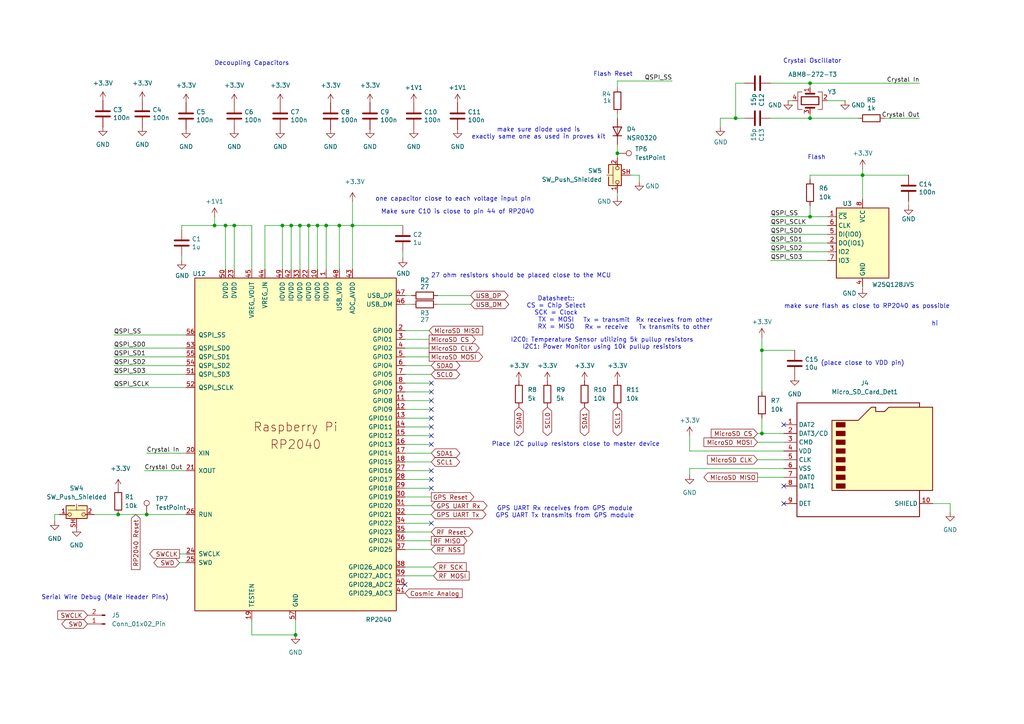
<source format=kicad_sch>
(kicad_sch (version 20250114) (generator "eeschema") (generator_version "9.0")
  (paper "A4")
  (lib_symbols
    (symbol "Connector:Conn_01x02_Pin" (pin_names (offset 1.016) (hide yes))
      (property "Reference" "J" (at 0 2.54 0))
      (property "Value" "Conn_01x02_Pin" (at 0 -5.08 0))
      (symbol "Conn_01x02_Pin_1_1"
        (rectangle (start 0.8636 0.127) (end 0 -0.127) (stroke (width 0.1524)) (fill (type outline)))
        (rectangle (start 0.8636 -2.413) (end 0 -2.667) (stroke (width 0.1524)) (fill (type outline)))
        (polyline (pts (xy 1.27 0) (xy 0.8636 0)) (stroke (width 0.1524)))
        (polyline (pts (xy 1.27 -2.54) (xy 0.8636 -2.54)) (stroke (width 0.1524)))
        (pin passive line (at 5.08 0 180) (length 3.81) (name "Pin_1") (number "1"))
        (pin passive line (at 5.08 -2.54 180) (length 3.81) (name "Pin_2") (number "2"))
      )
    )
    (symbol "Connector:Micro_SD_Card_Det1"
      (property "Reference" "J" (at -16.51 17.78 0))
      (property "Value" "Micro_SD_Card_Det1" (at 16.51 17.78 0))
      (symbol "Micro_SD_Card_Det1_0_1"
        (polyline (pts (xy -8.89 -8.89) (xy -8.89 11.43) (xy -1.27 11.43) (xy 2.54 15.24) (xy 3.81 15.24) (xy 3.81 13.97) (xy 6.35 13.97) (xy 7.62 15.24) (xy 20.32 15.24) (xy 20.32 -8.89) (xy -8.89 -8.89)) (stroke (width 0.254)) (fill (type background)))
        (rectangle (start -7.62 10.795) (end -5.08 9.525) (stroke (width 0.254)) (fill (type outline)))
        (rectangle (start -7.62 8.255) (end -5.08 6.985) (stroke (width 0.254)) (fill (type outline)))
        (rectangle (start -7.62 5.715) (end -5.08 4.445) (stroke (width 0.254)) (fill (type outline)))
        (rectangle (start -7.62 3.175) (end -5.08 1.905) (stroke (width 0.254)) (fill (type outline)))
        (rectangle (start -7.62 0.635) (end -5.08 -0.635) (stroke (width 0.254)) (fill (type outline)))
        (rectangle (start -7.62 -1.905) (end -5.08 -3.175) (stroke (width 0.254)) (fill (type outline)))
        (rectangle (start -7.62 -4.445) (end -5.08 -5.715) (stroke (width 0.254)) (fill (type outline)))
        (rectangle (start -7.62 -6.985) (end -5.08 -8.255) (stroke (width 0.254)) (fill (type outline)))
        (polyline (pts (xy 16.51 15.24) (xy 16.51 16.51) (xy -19.05 16.51) (xy -19.05 -16.51) (xy 16.51 -16.51) (xy 16.51 -8.89)) (stroke (width 0.254)))
      )
      (symbol "Micro_SD_Card_Det1_1_1"
        (pin bidirectional line (at -22.86 10.16 0) (length 3.81) (name "DAT2") (number "1"))
        (pin bidirectional line (at -22.86 7.62 0) (length 3.81) (name "DAT3/CD") (number "2"))
        (pin input line (at -22.86 5.08 0) (length 3.81) (name "CMD") (number "3"))
        (pin power_in line (at -22.86 2.54 0) (length 3.81) (name "VDD") (number "4"))
        (pin input line (at -22.86 0 0) (length 3.81) (name "CLK") (number "5"))
        (pin power_in line (at -22.86 -2.54 0) (length 3.81) (name "VSS") (number "6"))
        (pin bidirectional line (at -22.86 -5.08 0) (length 3.81) (name "DAT0") (number "7"))
        (pin bidirectional line (at -22.86 -7.62 0) (length 3.81) (name "DAT1") (number "8"))
        (pin passive line (at -22.86 -12.7 0) (length 3.81) (name "DET") (number "9"))
        (pin passive line (at 20.32 -12.7 180) (length 3.81) (name "SHIELD") (number "10"))
      )
    )
    (symbol "Connector:TestPoint" (pin_numbers (hide yes)) (pin_names (offset 0.762) (hide yes))
      (property "Reference" "TP" (at 0 6.858 0))
      (property "Value" "TestPoint" (at 0 5.08 0))
      (symbol "TestPoint_0_1"
        (circle (center 0 3.302) (radius 0.762))
      )
      (symbol "TestPoint_1_1"
        (pin passive line (at 0 0 90) (length 2.54) (name "1") (number "1"))
      )
    )
    (symbol "Device:C" (pin_numbers (hide yes)) (pin_names (offset 0.254))
      (property "Reference" "C" (at 0.635 2.54 0))
      (property "Value" "C" (at 0.635 -2.54 0))
      (symbol "C_0_1"
        (polyline (pts (xy -2.032 0.762) (xy 2.032 0.762)) (stroke (width 0.508)))
        (polyline (pts (xy -2.032 -0.762) (xy 2.032 -0.762)) (stroke (width 0.508)))
      )
      (symbol "C_1_1"
        (pin passive line (at 0 3.81 270) (length 2.794) (name "~") (number "1"))
        (pin passive line (at 0 -3.81 90) (length 2.794) (name "~") (number "2"))
      )
    )
    (symbol "Device:Crystal_GND24" (pin_names (offset 1.016) (hide yes))
      (property "Reference" "Y" (at 3.175 5.08 0))
      (property "Value" "Crystal_GND24" (at 3.175 3.175 0))
      (symbol "Crystal_GND24_0_1"
        (polyline (pts (xy -2.54 2.286) (xy -2.54 3.556) (xy 2.54 3.556) (xy 2.54 2.286)))
        (polyline (pts (xy -2.54 0) (xy -2.032 0)))
        (polyline (pts (xy -2.54 -2.286) (xy -2.54 -3.556) (xy 2.54 -3.556) (xy 2.54 -2.286)))
        (polyline (pts (xy -2.032 -1.27) (xy -2.032 1.27)) (stroke (width 0.508)))
        (rectangle (start -1.143 2.54) (end 1.143 -2.54) (stroke (width 0.3048)))
        (polyline (pts (xy 0 3.556) (xy 0 3.81)))
        (polyline (pts (xy 0 -3.81) (xy 0 -3.556)))
        (polyline (pts (xy 2.032 0) (xy 2.54 0)))
        (polyline (pts (xy 2.032 -1.27) (xy 2.032 1.27)) (stroke (width 0.508)))
      )
      (symbol "Crystal_GND24_1_1"
        (pin passive line (at -3.81 0 0) (length 1.27) (name "1") (number "1"))
        (pin passive line (at 0 5.08 270) (length 1.27) (name "2") (number "2"))
        (pin passive line (at 0 -5.08 90) (length 1.27) (name "4") (number "4"))
        (pin passive line (at 3.81 0 180) (length 1.27) (name "3") (number "3"))
      )
    )
    (symbol "Device:R" (pin_numbers (hide yes)) (pin_names (offset 0))
      (property "Reference" "R" (at 2.032 0 90))
      (property "Value" "R" (at 0 0 90))
      (symbol "R_0_1"
        (rectangle (start -1.016 -2.54) (end 1.016 2.54) (stroke (width 0.254)))
      )
      (symbol "R_1_1"
        (pin passive line (at 0 3.81 270) (length 1.27) (name "~") (number "1"))
        (pin passive line (at 0 -3.81 90) (length 1.27) (name "~") (number "2"))
      )
    )
    (symbol "Diode:1SS355VM" (pin_numbers (hide yes)) (pin_names (hide yes))
      (property "Reference" "D" (at 0 2.54 0))
      (property "Value" "1SS355VM" (at 0 -2.54 0))
      (symbol "1SS355VM_0_1"
        (polyline (pts (xy -1.27 1.27) (xy -1.27 -1.27)) (stroke (width 0.254)))
        (polyline (pts (xy 1.27 1.27) (xy 1.27 -1.27) (xy -1.27 0) (xy 1.27 1.27)) (stroke (width 0.254)))
        (polyline (pts (xy 1.27 0) (xy -1.27 0)))
      )
      (symbol "1SS355VM_1_1"
        (pin passive line (at -3.81 0 0) (length 2.54) (name "K") (number "1"))
        (pin passive line (at 3.81 0 180) (length 2.54) (name "A") (number "2"))
      )
    )
    (symbol "MCU_RaspberryPi_RP2040:RP2040" (pin_names (offset 1.016))
      (property "Reference" "U" (at -29.21 49.53 0))
      (property "Value" "RP2040" (at 24.13 -49.53 0))
      (symbol "RP2040_0_0"
        (text "Raspberry Pi" (at 0 5.08 0) (effects (font (size 2.54 2.54))))
        (text "RP2040" (at 0 0 0) (effects (font (size 2.54 2.54))))
      )
      (symbol "RP2040_0_1"
        (rectangle (start 29.21 48.26) (end -29.21 -48.26) (stroke (width 0.254)) (fill (type background)))
      )
      (symbol "RP2040_1_1"
        (pin bidirectional line (at -31.75 31.75 0) (length 2.54) (name "QSPI_SS") (number "56"))
        (pin bidirectional line (at -31.75 27.94 0) (length 2.54) (name "QSPI_SD0") (number "53"))
        (pin bidirectional line (at -31.75 25.4 0) (length 2.54) (name "QSPI_SD1") (number "55"))
        (pin bidirectional line (at -31.75 22.86 0) (length 2.54) (name "QSPI_SD2") (number "54"))
        (pin bidirectional line (at -31.75 20.32 0) (length 2.54) (name "QSPI_SD3") (number "51"))
        (pin output line (at -31.75 16.51 0) (length 2.54) (name "QSPI_SCLK") (number "52"))
        (pin input line (at -31.75 -2.54 0) (length 2.54) (name "XIN") (number "20"))
        (pin passive line (at -31.75 -7.62 0) (length 2.54) (name "XOUT") (number "21"))
        (pin input line (at -31.75 -20.32 0) (length 2.54) (name "RUN") (number "26"))
        (pin output line (at -31.75 -31.75 0) (length 2.54) (name "SWCLK") (number "24"))
        (pin bidirectional line (at -31.75 -34.29 0) (length 2.54) (name "SWD") (number "25"))
        (pin power_in line (at -20.32 50.8 270) (length 2.54) (name "DVDD") (number "50"))
        (pin power_in line (at -17.78 50.8 270) (length 2.54) (name "DVDD") (number "23"))
        (pin power_out line (at -12.7 50.8 270) (length 2.54) (name "VREG_VOUT") (number "45"))
        (pin passive line (at -12.7 -50.8 90) (length 2.54) (name "TESTEN") (number "19"))
        (pin power_in line (at -8.89 50.8 270) (length 2.54) (name "VREG_IN") (number "44"))
        (pin power_in line (at -3.81 50.8 270) (length 2.54) (name "IOVDD") (number "49"))
        (pin power_in line (at -1.27 50.8 270) (length 2.54) (name "IOVDD") (number "42"))
        (pin power_in line (at 0 -50.8 90) (length 2.54) (name "GND") (number "57"))
        (pin power_in line (at 1.27 50.8 270) (length 2.54) (name "IOVDD") (number "33"))
        (pin power_in line (at 3.81 50.8 270) (length 2.54) (name "IOVDD") (number "22"))
        (pin power_in line (at 6.35 50.8 270) (length 2.54) (name "IOVDD") (number "10"))
        (pin power_in line (at 8.89 50.8 270) (length 2.54) (name "IOVDD") (number "1"))
        (pin power_in line (at 12.7 50.8 270) (length 2.54) (name "USB_VDD") (number "48"))
        (pin power_in line (at 16.51 50.8 270) (length 2.54) (name "ADC_AVDD") (number "43"))
        (pin bidirectional line (at 31.75 43.18 180) (length 2.54) (name "USB_DP") (number "47"))
        (pin bidirectional line (at 31.75 40.64 180) (length 2.54) (name "USB_DM") (number "46"))
        (pin bidirectional line (at 31.75 33.02 180) (length 2.54) (name "GPIO0") (number "2"))
        (pin bidirectional line (at 31.75 30.48 180) (length 2.54) (name "GPIO1") (number "3"))
        (pin bidirectional line (at 31.75 27.94 180) (length 2.54) (name "GPIO2") (number "4"))
        (pin bidirectional line (at 31.75 25.4 180) (length 2.54) (name "GPIO3") (number "5"))
        (pin bidirectional line (at 31.75 22.86 180) (length 2.54) (name "GPIO4") (number "6"))
        (pin bidirectional line (at 31.75 20.32 180) (length 2.54) (name "GPIO5") (number "7"))
        (pin bidirectional line (at 31.75 17.78 180) (length 2.54) (name "GPIO6") (number "8"))
        (pin bidirectional line (at 31.75 15.24 180) (length 2.54) (name "GPIO7") (number "9"))
        (pin bidirectional line (at 31.75 12.7 180) (length 2.54) (name "GPIO8") (number "11"))
        (pin bidirectional line (at 31.75 10.16 180) (length 2.54) (name "GPIO9") (number "12"))
        (pin bidirectional line (at 31.75 7.62 180) (length 2.54) (name "GPIO10") (number "13"))
        (pin bidirectional line (at 31.75 5.08 180) (length 2.54) (name "GPIO11") (number "14"))
        (pin bidirectional line (at 31.75 2.54 180) (length 2.54) (name "GPIO12") (number "15"))
        (pin bidirectional line (at 31.75 0 180) (length 2.54) (name "GPIO13") (number "16"))
        (pin bidirectional line (at 31.75 -2.54 180) (length 2.54) (name "GPIO14") (number "17"))
        (pin bidirectional line (at 31.75 -5.08 180) (length 2.54) (name "GPIO15") (number "18"))
        (pin bidirectional line (at 31.75 -7.62 180) (length 2.54) (name "GPIO16") (number "27"))
        (pin bidirectional line (at 31.75 -10.16 180) (length 2.54) (name "GPIO17") (number "28"))
        (pin bidirectional line (at 31.75 -12.7 180) (length 2.54) (name "GPIO18") (number "29"))
        (pin bidirectional line (at 31.75 -15.24 180) (length 2.54) (name "GPIO19") (number "30"))
        (pin bidirectional line (at 31.75 -17.78 180) (length 2.54) (name "GPIO20") (number "31"))
        (pin bidirectional line (at 31.75 -20.32 180) (length 2.54) (name "GPIO21") (number "32"))
        (pin bidirectional line (at 31.75 -22.86 180) (length 2.54) (name "GPIO22") (number "34"))
        (pin bidirectional line (at 31.75 -25.4 180) (length 2.54) (name "GPIO23") (number "35"))
        (pin bidirectional line (at 31.75 -27.94 180) (length 2.54) (name "GPIO24") (number "36"))
        (pin bidirectional line (at 31.75 -30.48 180) (length 2.54) (name "GPIO25") (number "37"))
        (pin bidirectional line (at 31.75 -35.56 180) (length 2.54) (name "GPIO26_ADC0") (number "38"))
        (pin bidirectional line (at 31.75 -38.1 180) (length 2.54) (name "GPIO27_ADC1") (number "39"))
        (pin bidirectional line (at 31.75 -40.64 180) (length 2.54) (name "GPIO28_ADC2") (number "40"))
        (pin bidirectional line (at 31.75 -43.18 180) (length 2.54) (name "GPIO29_ADC3") (number "41"))
      )
    )
    (symbol "Memory_Flash:W25Q128JVS"
      (property "Reference" "U" (at -8.89 8.89 0))
      (property "Value" "W25Q128JVS" (at 7.62 8.89 0))
      (symbol "W25Q128JVS_0_1"
        (rectangle (start -7.62 10.16) (end 7.62 -10.16) (stroke (width 0.254)) (fill (type background)))
      )
      (symbol "W25Q128JVS_1_1"
        (pin input line (at -10.16 7.62 0) (length 2.54) (name "~{CS}") (number "1"))
        (pin input line (at -10.16 5.08 0) (length 2.54) (name "CLK") (number "6"))
        (pin bidirectional line (at -10.16 2.54 0) (length 2.54) (name "DI(IO0)") (number "5"))
        (pin bidirectional line (at -10.16 0 0) (length 2.54) (name "DO(IO1)") (number "2"))
        (pin bidirectional line (at -10.16 -2.54 0) (length 2.54) (name "IO2") (number "3"))
        (pin bidirectional line (at -10.16 -5.08 0) (length 2.54) (name "IO3") (number "7"))
        (pin power_in line (at 0 12.7 270) (length 2.54) (name "VCC") (number "8"))
        (pin power_in line (at 0 -12.7 90) (length 2.54) (name "GND") (number "4"))
      )
    )
    (symbol "Switch:SW_Push_Shielded" (pin_names (offset 1.016) (hide yes))
      (property "Reference" "SW" (at 4.318 2.032 0))
      (property "Value" "SW_Push_Shielded" (at 0 4.572 0))
      (symbol "SW_Push_Shielded_0_1"
        (circle (center -2.032 0) (radius 0.508))
        (polyline (pts (xy 0 1.27) (xy 0 3.048)))
        (polyline (pts (xy 0.508 2.54) (xy 3.048 2.54) (xy 3.048 -1.143) (xy -3.048 -1.143) (xy -3.048 2.54) (xy -0.508 2.54)) (stroke (width -0.0254)))
        (polyline (pts (xy 0.508 2.54) (xy 3.048 2.54) (xy 3.048 -1.143) (xy -3.048 -1.143) (xy -3.048 2.54) (xy -0.508 2.54)) (stroke (width 0.254)))
        (circle (center 2.032 0) (radius 0.508))
        (polyline (pts (xy 2.54 1.27) (xy -2.54 1.27)))
        (pin passive line (at -5.08 0 0) (length 2.54) (name "1") (number "1"))
        (pin passive line (at 5.08 0 180) (length 2.54) (name "2") (number "2"))
      )
      (symbol "SW_Push_Shielded_1_1"
        (rectangle (start -3.048 2.54) (end 3.048 -1.27) (stroke (width -0.0254)) (fill (type background)))
        (pin passive line (at 0 -3.81 90) (length 2.54) (name "B") (number "SH"))
      )
    )
    (symbol "power:+1V1" (power) (pin_numbers (hide yes)) (pin_names (offset 0) (hide yes))
      (property "Value" "+1V1" (at 0 3.556 0))
      (symbol "+1V1_0_1"
        (polyline (pts (xy -0.762 1.27) (xy 0 2.54)))
        (polyline (pts (xy 0 2.54) (xy 0.762 1.27)))
        (polyline (pts (xy 0 0) (xy 0 2.54)))
      )
      (symbol "+1V1_1_1"
        (pin power_in line (at 0 0 90) (length 0) (name "~") (number "1"))
      )
    )
    (symbol "power:+3.3V" (power) (pin_numbers (hide yes)) (pin_names (offset 0) (hide yes))
      (property "Value" "+3.3V" (at 0 3.556 0))
      (symbol "+3.3V_0_1"
        (polyline (pts (xy -0.762 1.27) (xy 0 2.54)))
        (polyline (pts (xy 0 2.54) (xy 0.762 1.27)))
        (polyline (pts (xy 0 0) (xy 0 2.54)))
      )
      (symbol "+3.3V_1_1"
        (pin power_in line (at 0 0 90) (length 0) (name "~") (number "1"))
      )
    )
    (symbol "power:GND" (power) (pin_numbers (hide yes)) (pin_names (offset 0) (hide yes))
      (property "Value" "GND" (at 0 -3.81 0))
      (symbol "GND_0_1"
        (polyline (pts (xy 0 0) (xy 0 -1.27) (xy 1.27 -1.27) (xy 0 -2.54) (xy -1.27 -1.27) (xy 0 -1.27)))
      )
      (symbol "GND_1_1"
        (pin power_in line (at 0 0 270) (length 0) (name "~") (number "1"))
      )
    )
  )
  (text "Place I2C pullup resistors close to master device" (at 167.005 128.905 0) (effects (font (size 1.27 1.27))))
  (text "Make sure C10 is close to pin 44 of RP2040" (at 110.49 62.23 0) (effects (font (size 1.27 1.27)) (justify left bottom)))
  (text "Rx receives from other\nTx transmits to other" (at 195.58 93.98 0) (effects (font (size 1.27 1.27))))
  (text "Tx = transmit\nRx = receive" (at 175.895 93.98 0) (effects (font (size 1.27 1.27))))
  (text "27 ohm resistors should be placed close to the MCU" (at 151.13 80.01 0) (effects (font (size 1.27 1.27))))
  (text "Flash" (at 236.855 45.72 0) (effects (font (size 1.27 1.27))))
  (text "one capacitor close to each voltage input pin" (at 131.445 57.785 0) (effects (font (size 1.27 1.27))))
  (text "Decoupling Capacitors" (at 73.025 18.415 0) (effects (font (size 1.27 1.27))))
  (text "Serial Wire Debug (Male Header Pins)" (at 30.48 173.355 0) (effects (font (size 1.27 1.27))))
  (text "make sure flash as close to RP2040 as possible" (at 251.46 88.9 0) (effects (font (size 1.27 1.27))))
  (text "(place close to VDD pin)" (at 250.19 105.41 0) (effects (font (size 1.27 1.27))))
  (text "I2C0: Temperature Sensor utilizing 5k pullup resistors\nI2C1: Power Monitor using 10k pullup resistors" (at 174.625 99.695 0) (effects (font (size 1.27 1.27))))
  (text "Crystal Oscillator" (at 235.585 17.78 0) (effects (font (size 1.27 1.27))))
  (text "GPS UART Rx receives from GPS module\nGPS UART Tx transmits from GPS module\n" (at 163.83 148.59 0) (effects (font (size 1.27 1.27))))
  (text "Datasheet::\nCS = Chip Select\nSCK = Clock\nTX = MOSI\nRX = MISO" (at 161.29 90.805 0) (effects (font (size 1.27 1.27))))
  (text "make sure diode used is\nexactly same one as used in proves kit" (at 156.21 38.735 0) (effects (font (size 1.27 1.27))))
  (text "Flash Reset" (at 177.8 21.59 0) (effects (font (size 1.27 1.27))))
  (text "hi\n" (at 271.145 93.98 0) (effects (font (size 1.27 1.27) (thickness 0.1588))))
  (junction (at 213.36 34.29))
  (junction (at 81.915 65.405))
  (junction (at 234.95 34.29))
  (junction (at 42.545 149.225))
  (junction (at 89.535 65.405))
  (junction (at 179.07 44.45))
  (junction (at 34.29 149.225))
  (junction (at 67.945 65.405))
  (junction (at 102.235 65.405))
  (junction (at 65.405 65.405))
  (junction (at 220.98 125.73))
  (junction (at 85.725 184.15))
  (junction (at 98.425 65.405))
  (junction (at 94.615 65.405))
  (junction (at 92.075 65.405))
  (junction (at 234.95 62.865))
  (junction (at 234.95 24.13))
  (junction (at 220.98 101.6))
  (junction (at 250.19 50.8))
  (junction (at 84.455 65.405))
  (junction (at 86.995 65.405))
  (junction (at 62.23 65.405))
  (no_connect (at 227.33 146.05))
  (no_connect (at 117.475 169.545))
  (no_connect (at 125.095 151.765))
  (no_connect (at 125.095 116.205))
  (no_connect (at 125.095 113.665))
  (no_connect (at 125.095 111.125))
  (no_connect (at 125.095 136.525))
  (no_connect (at 125.095 139.065))
  (no_connect (at 125.095 123.825))
  (no_connect (at 227.33 140.97))
  (no_connect (at 125.095 118.745))
  (no_connect (at 125.095 121.285))
  (no_connect (at 227.33 123.19))
  (no_connect (at 125.095 126.365))
  (no_connect (at 125.095 128.905))
  (no_connect (at 125.095 141.605))
  (wire (pts (xy 219.71 138.43) (xy 227.33 138.43)))
  (wire (pts (xy 219.71 133.35) (xy 227.33 133.35)))
  (wire (pts (xy 220.98 97.79) (xy 220.98 101.6)))
  (wire (pts (xy 33.02 100.965) (xy 53.975 100.965)))
  (wire (pts (xy 117.475 128.905) (xy 125.095 128.905)))
  (wire (pts (xy 117.475 146.685) (xy 125.095 146.685)))
  (wire (pts (xy 98.425 65.405) (xy 102.235 65.405)))
  (wire (pts (xy 117.475 154.305) (xy 125.095 154.305)))
  (wire (pts (xy 117.475 116.205) (xy 125.095 116.205)))
  (wire (pts (xy 73.025 78.105) (xy 73.025 65.405)))
  (wire (pts (xy 219.71 125.73) (xy 220.98 125.73)))
  (wire (pts (xy 215.9 34.29) (xy 213.36 34.29)))
  (wire (pts (xy 119.38 85.725) (xy 117.475 85.725)))
  (wire (pts (xy 136.525 88.265) (xy 127 88.265)))
  (wire (pts (xy 234.95 52.07) (xy 234.95 50.8)))
  (wire (pts (xy 117.475 103.505) (xy 124.46 103.505)))
  (wire (pts (xy 234.95 59.69) (xy 234.95 62.865)))
  (wire (pts (xy 33.02 112.395) (xy 53.975 112.395)))
  (wire (pts (xy 94.615 65.405) (xy 94.615 78.105)))
  (wire (pts (xy 208.915 34.29) (xy 213.36 34.29)))
  (wire (pts (xy 86.995 65.405) (xy 89.535 65.405)))
  (wire (pts (xy 102.235 65.405) (xy 116.84 65.405)))
  (wire (pts (xy 117.475 100.965) (xy 124.46 100.965)))
  (wire (pts (xy 81.915 65.405) (xy 84.455 65.405)))
  (wire (pts (xy 270.51 146.05) (xy 275.59 146.05)))
  (wire (pts (xy 240.03 75.565) (xy 223.52 75.565)))
  (wire (pts (xy 213.36 24.13) (xy 213.36 34.29)))
  (wire (pts (xy 92.075 65.405) (xy 94.615 65.405)))
  (wire (pts (xy 33.02 103.505) (xy 53.975 103.505)))
  (wire (pts (xy 215.9 24.13) (xy 213.36 24.13)))
  (wire (pts (xy 52.705 65.405) (xy 62.23 65.405)))
  (wire (pts (xy 275.59 146.05) (xy 275.59 148.59)))
  (wire (pts (xy 62.23 62.865) (xy 62.23 65.405)))
  (wire (pts (xy 33.02 97.155) (xy 53.975 97.155)))
  (wire (pts (xy 52.07 163.195) (xy 53.975 163.195)))
  (wire (pts (xy 228.6 29.21) (xy 229.87 29.21)))
  (wire (pts (xy 125.73 164.465) (xy 117.475 164.465)))
  (wire (pts (xy 200.025 126.365) (xy 200.025 130.81)))
  (wire (pts (xy 263.525 58.42) (xy 263.525 59.69)))
  (wire (pts (xy 117.475 151.765) (xy 125.095 151.765)))
  (wire (pts (xy 42.545 149.225) (xy 53.975 149.225)))
  (wire (pts (xy 117.475 98.425) (xy 124.46 98.425)))
  (wire (pts (xy 117.475 131.445) (xy 125.095 131.445)))
  (wire (pts (xy 89.535 65.405) (xy 92.075 65.405)))
  (wire (pts (xy 98.425 78.105) (xy 98.425 65.405)))
  (wire (pts (xy 223.52 34.29) (xy 234.95 34.29)))
  (wire (pts (xy 67.945 78.105) (xy 67.945 65.405)))
  (wire (pts (xy 117.475 106.045) (xy 125.095 106.045)))
  (wire (pts (xy 102.235 65.405) (xy 102.235 78.105)))
  (wire (pts (xy 117.475 123.825) (xy 125.095 123.825)))
  (wire (pts (xy 117.475 149.225) (xy 125.095 149.225)))
  (wire (pts (xy 136.525 85.725) (xy 127 85.725)))
  (wire (pts (xy 17.145 149.225) (xy 15.875 149.225)))
  (wire (pts (xy 76.835 65.405) (xy 81.915 65.405)))
  (wire (pts (xy 208.915 34.29) (xy 208.915 36.83)))
  (wire (pts (xy 234.95 34.29) (xy 248.92 34.29)))
  (wire (pts (xy 34.29 149.225) (xy 42.545 149.225)))
  (wire (pts (xy 76.835 78.105) (xy 76.835 65.405)))
  (wire (pts (xy 117.475 113.665) (xy 125.095 113.665)))
  (wire (pts (xy 117.475 159.385) (xy 125.095 159.385)))
  (wire (pts (xy 223.52 24.13) (xy 234.95 24.13)))
  (wire (pts (xy 117.475 144.145) (xy 125.095 144.145)))
  (wire (pts (xy 116.84 73.025) (xy 116.84 74.93)))
  (wire (pts (xy 117.475 133.985) (xy 125.095 133.985)))
  (wire (pts (xy 250.19 50.8) (xy 263.525 50.8)))
  (wire (pts (xy 85.725 179.705) (xy 85.725 184.15)))
  (wire (pts (xy 84.455 78.105) (xy 84.455 65.405)))
  (wire (pts (xy 179.07 25.4) (xy 179.07 23.495)))
  (wire (pts (xy 73.025 184.15) (xy 85.725 184.15)))
  (wire (pts (xy 27.305 149.225) (xy 34.29 149.225)))
  (wire (pts (xy 119.38 88.265) (xy 117.475 88.265)))
  (wire (pts (xy 182.88 50.8) (xy 185.42 50.8)))
  (wire (pts (xy 33.02 106.045) (xy 53.975 106.045)))
  (wire (pts (xy 52.705 66.675) (xy 52.705 65.405)))
  (wire (pts (xy 234.95 62.865) (xy 240.03 62.865)))
  (wire (pts (xy 179.07 44.45) (xy 179.07 41.91)))
  (wire (pts (xy 73.025 179.705) (xy 73.025 184.15)))
  (wire (pts (xy 234.95 24.13) (xy 266.7 24.13)))
  (wire (pts (xy 250.19 83.82) (xy 250.19 83.185)))
  (wire (pts (xy 185.42 50.8) (xy 185.42 52.705)))
  (wire (pts (xy 52.07 160.655) (xy 53.975 160.655)))
  (wire (pts (xy 92.075 78.105) (xy 92.075 65.405)))
  (wire (pts (xy 240.03 70.485) (xy 223.52 70.485)))
  (wire (pts (xy 117.475 111.125) (xy 125.095 111.125)))
  (wire (pts (xy 117.475 108.585) (xy 125.095 108.585)))
  (wire (pts (xy 102.235 58.42) (xy 102.235 65.405)))
  (wire (pts (xy 219.71 128.27) (xy 227.33 128.27)))
  (wire (pts (xy 179.07 45.72) (xy 179.07 44.45)))
  (wire (pts (xy 117.475 141.605) (xy 125.095 141.605)))
  (wire (pts (xy 179.07 23.495) (xy 194.945 23.495)))
  (wire (pts (xy 223.52 65.405) (xy 240.03 65.405)))
  (wire (pts (xy 42.545 131.445) (xy 53.975 131.445)))
  (wire (pts (xy 234.95 33.02) (xy 234.95 34.29)))
  (wire (pts (xy 94.615 65.405) (xy 98.425 65.405)))
  (wire (pts (xy 52.705 74.295) (xy 52.705 75.565)))
  (wire (pts (xy 240.03 29.21) (xy 245.11 29.21)))
  (wire (pts (xy 86.995 78.105) (xy 86.995 65.405)))
  (wire (pts (xy 117.475 139.065) (xy 125.095 139.065)))
  (wire (pts (xy 84.455 65.405) (xy 86.995 65.405)))
  (wire (pts (xy 220.98 101.6) (xy 230.505 101.6)))
  (wire (pts (xy 250.19 50.8) (xy 250.19 57.785)))
  (wire (pts (xy 117.475 126.365) (xy 125.095 126.365)))
  (wire (pts (xy 89.535 78.105) (xy 89.535 65.405)))
  (wire (pts (xy 240.03 73.025) (xy 223.52 73.025)))
  (wire (pts (xy 227.33 135.89) (xy 200.025 135.89)))
  (wire (pts (xy 117.475 121.285) (xy 125.095 121.285)))
  (wire (pts (xy 220.98 101.6) (xy 220.98 113.665)))
  (wire (pts (xy 240.03 67.945) (xy 223.52 67.945)))
  (wire (pts (xy 117.475 95.885) (xy 124.46 95.885)))
  (wire (pts (xy 81.915 78.105) (xy 81.915 65.405)))
  (wire (pts (xy 256.54 34.29) (xy 266.7 34.29)))
  (wire (pts (xy 220.98 125.73) (xy 220.98 121.285)))
  (wire (pts (xy 179.07 34.29) (xy 179.07 33.02)))
  (wire (pts (xy 250.19 48.895) (xy 250.19 50.8)))
  (wire (pts (xy 227.33 125.73) (xy 220.98 125.73)))
  (wire (pts (xy 41.91 136.525) (xy 53.975 136.525)))
  (wire (pts (xy 117.475 156.845) (xy 125.095 156.845)))
  (wire (pts (xy 73.025 65.405) (xy 67.945 65.405)))
  (wire (pts (xy 65.405 65.405) (xy 65.405 78.105)))
  (wire (pts (xy 223.52 62.865) (xy 234.95 62.865)))
  (wire (pts (xy 200.025 130.81) (xy 227.33 130.81)))
  (wire (pts (xy 67.945 65.405) (xy 65.405 65.405)))
  (wire (pts (xy 117.475 118.745) (xy 125.095 118.745)))
  (wire (pts (xy 234.95 25.4) (xy 234.95 24.13)))
  (wire (pts (xy 62.23 65.405) (xy 65.405 65.405)))
  (wire (pts (xy 33.02 108.585) (xy 53.975 108.585)))
  (wire (pts (xy 200.025 135.89) (xy 200.025 137.795)))
  (wire (pts (xy 15.875 149.225) (xy 15.875 151.13)))
  (wire (pts (xy 125.73 167.005) (xy 117.475 167.005)))
  (wire (pts (xy 234.95 50.8) (xy 250.19 50.8)))
  (wire (pts (xy 117.475 136.525) (xy 125.095 136.525)))
  (wire (pts (xy 179.07 55.88) (xy 179.07 57.15)))
  (label "QSPI_SD1" (at 33.02 103.505 0))
  (label "QSPI_SD2" (at 223.52 73.025 0))
  (label "QSPI_SD3" (at 223.52 75.565 0))
  (label "Crystal Out" (at 41.91 136.525 0))
  (label "Crystal Out" (at 266.7 34.29 180))
  (label "QSPI_SD3" (at 33.02 108.585 0))
  (label "QSPI_SD1" (at 223.52 70.485 0))
  (label "QSPI_SCLK" (at 223.52 65.405 0))
  (label "QSPI_SS" (at 223.52 62.865 0))
  (label "QSPI_SD2" (at 33.02 106.045 0))
  (label "QSPI_SD0" (at 33.02 100.965 0))
  (label "QSPI_SS" (at 194.945 23.495 180))
  (label "Crystal In" (at 266.7 24.13 180))
  (label "QSPI_SCLK" (at 33.02 112.395 0))
  (label "QSPI_SS" (at 33.02 97.155 0))
  (label "Crystal In" (at 42.545 131.445 0))
  (label "QSPI_SD0" (at 223.52 67.945 0))
  (global_label "GPS UART Tx" (shape bidirectional) (at 125.095 149.225 0) (property "Intersheetrefs" "${INTERSHEET_REFS}" (effects (hide yes))))
  (global_label "MicroSD MOSI" (shape input) (at 219.71 128.27 180) (property "Intersheetrefs" "${INTERSHEET_REFS}" (effects (hide yes))))
  (global_label "RP2040 Reset" (shape input) (at 39.37 149.225 270) (property "Intersheetrefs" "${INTERSHEET_REFS}" (effects (hide yes))))
  (global_label "RF SCK" (shape input) (at 125.73 164.465 0) (property "Intersheetrefs" "${INTERSHEET_REFS}" (effects (hide yes))))
  (global_label "SDA1" (shape bidirectional) (at 125.095 131.445 0) (property "Intersheetrefs" "${INTERSHEET_REFS}" (effects (hide yes))))
  (global_label "SCL1" (shape bidirectional) (at 125.095 133.985 0) (property "Intersheetrefs" "${INTERSHEET_REFS}" (effects (hide yes))))
  (global_label "SDA0" (shape bidirectional) (at 150.495 118.11 270) (property "Intersheetrefs" "${INTERSHEET_REFS}" (effects (hide yes))))
  (global_label "USB_DM" (shape bidirectional) (at 136.525 88.265 0) (effects (font (thickness 0.1588))) (property "Intersheetrefs" "${INTERSHEET_REFS}" (effects (hide yes))))
  (global_label "GPS Reset" (shape output) (at 125.095 144.145 0) (property "Intersheetrefs" "${INTERSHEET_REFS}" (effects (hide yes))))
  (global_label "SWCLK" (shape input) (at 25.4 178.435 180) (property "Intersheetrefs" "${INTERSHEET_REFS}" (effects (hide yes))))
  (global_label "MicroSD CS" (shape output) (at 124.46 98.425 0) (property "Intersheetrefs" "${INTERSHEET_REFS}" (effects (hide yes))))
  (global_label "MicroSD MOSI" (shape output) (at 124.46 103.505 0) (property "Intersheetrefs" "${INTERSHEET_REFS}" (effects (hide yes))))
  (global_label "SWD" (shape bidirectional) (at 52.07 163.195 180) (property "Intersheetrefs" "${INTERSHEET_REFS}" (effects (hide yes))))
  (global_label "MicroSD CLK" (shape output) (at 124.46 100.965 0) (property "Intersheetrefs" "${INTERSHEET_REFS}" (effects (hide yes))))
  (global_label "MicroSD CS" (shape input) (at 219.71 125.73 180) (property "Intersheetrefs" "${INTERSHEET_REFS}" (effects (hide yes))))
  (global_label "RF Reset" (shape bidirectional) (at 125.095 154.305 0) (property "Intersheetrefs" "${INTERSHEET_REFS}" (effects (hide yes))))
  (global_label "MicroSD CLK" (shape input) (at 219.71 133.35 180) (property "Intersheetrefs" "${INTERSHEET_REFS}" (effects (hide yes))))
  (global_label "SCL0" (shape bidirectional) (at 125.095 108.585 0) (property "Intersheetrefs" "${INTERSHEET_REFS}" (effects (hide yes))))
  (global_label "SCL0" (shape bidirectional) (at 158.75 118.11 270) (property "Intersheetrefs" "${INTERSHEET_REFS}" (effects (hide yes))))
  (global_label "RF MISO" (shape output) (at 125.095 156.845 0) (property "Intersheetrefs" "${INTERSHEET_REFS}" (effects (hide yes))))
  (global_label "SDA0" (shape bidirectional) (at 125.095 106.045 0) (property "Intersheetrefs" "${INTERSHEET_REFS}" (effects (hide yes))))
  (global_label "RF MOSI" (shape input) (at 125.73 167.005 0) (property "Intersheetrefs" "${INTERSHEET_REFS}" (effects (hide yes))))
  (global_label "SWD" (shape bidirectional) (at 25.4 180.975 180) (property "Intersheetrefs" "${INTERSHEET_REFS}" (effects (hide yes))))
  (global_label "GPS UART Rx" (shape bidirectional) (at 125.095 146.685 0) (property "Intersheetrefs" "${INTERSHEET_REFS}" (effects (hide yes))))
  (global_label "MicroSD MISO" (shape input) (at 124.46 95.885 0) (property "Intersheetrefs" "${INTERSHEET_REFS}" (effects (hide yes))))
  (global_label "SWCLK" (shape output) (at 52.07 160.655 180) (property "Intersheetrefs" "${INTERSHEET_REFS}" (effects (hide yes))))
  (global_label "MicroSD MISO" (shape output) (at 219.71 138.43 180) (property "Intersheetrefs" "${INTERSHEET_REFS}" (effects (hide yes))))
  (global_label "SCL1" (shape bidirectional) (at 179.07 118.11 270) (property "Intersheetrefs" "${INTERSHEET_REFS}" (effects (hide yes))))
  (global_label "USB_DP" (shape bidirectional) (at 136.525 85.725 0) (effects (font (thickness 0.1588))) (property "Intersheetrefs" "${INTERSHEET_REFS}" (effects (hide yes))))
  (global_label "SDA1" (shape bidirectional) (at 169.545 118.11 270) (property "Intersheetrefs" "${INTERSHEET_REFS}" (effects (hide yes))))
  (global_label "RF NSS" (shape input) (at 125.095 159.385 0) (property "Intersheetrefs" "${INTERSHEET_REFS}" (effects (hide yes))))
  (global_label "Cosmic Analog" (shape input) (at 117.475 172.085 0) (property "Intersheetrefs" "${INTERSHEET_REFS}" (effects (hide yes))))
  (symbol (lib_id "Device:C") (at 29.845 33.02 0) (unit 1)
    (property "Reference" "C3" (at 32.766 31.8516 0) (effects (justify left)))
    (property "Value" "100n" (at 32.766 34.163 0) (effects (justify left)))
    (property "Footprint" "Capacitor_SMD:C_0402_1005Metric" (effects (hide yes)))
  )
  (symbol (lib_id "power:GND") (at 41.275 36.83 0) (unit 1)
    (property "Reference" "#PWR065" (effects (hide yes)))
    (property "Value" "GND" (at 41.275 41.91 0))
    (property "Description" "Power symbol creates a global label with name \"GND\" , ground" (effects (hide yes)))
  )
  (symbol (lib_id "power:GND") (at 245.11 29.21 0) (unit 1)
    (property "Reference" "#PWR062" (effects (hide yes)))
    (property "Value" "GND" (at 248.92 30.48 0))
  )
  (symbol (lib_id "power:GND") (at 107.315 37.465 0) (unit 1)
    (property "Reference" "#PWR075" (effects (hide yes)))
    (property "Value" "GND" (at 107.315 42.545 0))
    (property "Description" "Power symbol creates a global label with name \"GND\" , ground" (effects (hide yes)))
  )
  (symbol (lib_id "Connector:Conn_01x02_Pin") (at 30.48 180.975 180) (unit 1)
    (property "Reference" "J5" (at 32.385 178.4349 0) (effects (justify right)))
    (property "Value" "Conn_01x02_Pin" (at 32.385 180.9749 0) (effects (justify right)))
    (property "Footprint" "Connector_PinHeader_1.00mm:PinHeader_1x02_P1.00mm_Vertical" (effects (hide yes)))
    (property "Description" "Generic connector, single row, 01x02, script generated" (effects (hide yes)))
  )
  (symbol (lib_id "Device:C") (at 132.715 33.655 0) (unit 1)
    (property "Reference" "C11" (at 135.636 32.4866 0) (effects (justify left)))
    (property "Value" "100n" (at 135.636 34.798 0) (effects (justify left)))
    (property "Footprint" "Capacitor_SMD:C_0402_1005Metric" (effects (hide yes)))
  )
  (symbol (lib_id "Device:C") (at 41.275 33.02 0) (unit 1)
    (property "Reference" "C4" (at 44.196 31.8516 0) (effects (justify left)))
    (property "Value" "100n" (at 44.196 34.163 0) (effects (justify left)))
    (property "Footprint" "Capacitor_SMD:C_0402_1005Metric" (effects (hide yes)))
  )
  (symbol (lib_id "power:GND") (at 208.915 36.83 0) (unit 1)
    (property "Reference" "#PWR020" (effects (hide yes)))
    (property "Value" "GND" (at 209.042 41.2242 0))
  )
  (symbol (lib_id "Device:R") (at 123.19 85.725 270) (unit 1)
    (property "Reference" "R2" (at 123.19 81.28 90))
    (property "Value" "27" (at 123.19 83.185 90))
    (property "Footprint" "Resistor_SMD:R_0402_1005Metric" (effects (hide yes)))
    (property "Description" "Resistor" (effects (hide yes)))
  )
  (symbol (lib_id "Device:C") (at 263.525 54.61 0) (unit 1)
    (property "Reference" "C14" (at 266.446 53.4416 0) (effects (justify left)))
    (property "Value" "100n" (at 266.446 55.753 0) (effects (justify left)))
    (property "Footprint" "Capacitor_SMD:C_0402_1005Metric" (effects (hide yes)))
  )
  (symbol (lib_id "power:+3.3V") (at 158.75 110.49 0) (unit 1)
    (property "Reference" "#PWR0136" (effects (hide yes)))
    (property "Value" "+3.3V" (at 158.75 106.045 0))
    (property "Description" "Power symbol creates a global label with name \"+3.3V\"" (effects (hide yes)))
  )
  (symbol (lib_id "Connector:TestPoint") (at 179.07 44.45 270) (unit 1)
    (property "Reference" "TP6" (at 184.15 43.1799 90) (effects (justify left)))
    (property "Value" "TestPoint" (at 184.15 45.7199 90) (effects (justify left)))
    (property "Footprint" "1my_footprints:TestPoint_Loop_D1.80mm_Drill1.0mm_Beaded" (effects (hide yes)))
    (property "Description" "test point" (effects (hide yes)))
  )
  (symbol (lib_id "Device:R") (at 150.495 114.3 0) (unit 1)
    (property "Reference" "R8" (at 153.035 113.0299 0) (effects (justify left)))
    (property "Value" "5k" (at 153.035 115.5699 0) (effects (justify left)))
    (property "Footprint" "Resistor_SMD:R_0402_1005Metric" (effects (hide yes)))
    (property "Description" "Resistor" (effects (hide yes)))
  )
  (symbol (lib_id "power:+3.3V") (at 102.235 58.42 0) (unit 1)
    (property "Reference" "#PWR084" (effects (hide yes)))
    (property "Value" "+3.3V" (at 102.87 52.705 0))
    (property "Description" "Power symbol creates a global label with name \"+3.3V\"" (effects (hide yes)))
  )
  (symbol (lib_id "Device:C") (at 52.705 70.485 0) (unit 1)
    (property "Reference" "C1" (at 55.626 69.3166 0) (effects (justify left)))
    (property "Value" "1u" (at 55.626 71.628 0) (effects (justify left)))
    (property "Footprint" "Capacitor_SMD:C_0603_1608Metric" (effects (hide yes)))
  )
  (symbol (lib_id "power:+3.3V") (at 81.28 29.845 0) (unit 1)
    (property "Reference" "#PWR070" (effects (hide yes)))
    (property "Value" "+3.3V" (at 81.28 24.765 0))
    (property "Description" "Power symbol creates a global label with name \"+3.3V\"" (effects (hide yes)))
  )
  (symbol (lib_id "power:GND") (at 15.875 151.13 0) (unit 1)
    (property "Reference" "#PWR0110" (effects (hide yes)))
    (property "Value" "GND" (at 15.875 156.21 0))
    (property "Description" "Power symbol creates a global label with name \"GND\" , ground" (effects (hide yes)))
  )
  (symbol (lib_id "Device:R") (at 123.19 88.265 270) (unit 1)
    (property "Reference" "R3" (at 123.19 90.805 90))
    (property "Value" "27" (at 123.19 92.71 90))
    (property "Footprint" "Resistor_SMD:R_0402_1005Metric" (effects (hide yes)))
    (property "Description" "Resistor" (effects (hide yes)))
  )
  (symbol (lib_id "Memory_Flash:W25Q128JVS") (at 250.19 70.485 0) (unit 1)
    (property "Reference" "U3" (at 245.745 59.055 0))
    (property "Value" "W25Q128JVS" (at 259.08 82.55 0))
    (property "Footprint" "1my_footprints:SOIC_208MIL_WIN" (effects (hide yes)))
    (property "Datasheet" "http://www.winbond.com/resource-files/w25q128jv_dtr%20revc%2003272018%20plus.pdf" (effects (hide yes)))
  )
  (symbol (lib_id "Device:C") (at 219.71 34.29 270) (unit 1)
    (property "Reference" "C13" (at 220.8784 37.211 0) (effects (justify left)))
    (property "Value" "15p" (at 218.567 37.211 0) (effects (justify left)))
    (property "Footprint" "Capacitor_SMD:C_0201_0603Metric" (effects (hide yes)))
  )
  (symbol (lib_id "power:GND") (at 230.505 109.22 0) (unit 1)
    (property "Reference" "#PWR0127" (effects (hide yes)))
    (property "Value" "GND" (at 230.505 114.3 0))
    (property "Description" "Power symbol creates a global label with name \"GND\" , ground" (effects (hide yes)))
  )
  (symbol (lib_id "Device:R") (at 169.545 114.3 0) (unit 1)
    (property "Reference" "R10" (at 172.085 113.0299 0) (effects (justify left)))
    (property "Value" "10k" (at 172.085 115.5699 0) (effects (justify left)))
    (property "Footprint" "Resistor_SMD:R_0402_1005Metric" (effects (hide yes)))
    (property "Description" "Resistor" (effects (hide yes)))
  )
  (symbol (lib_id "power:GND") (at 179.07 57.15 0) (unit 1)
    (property "Reference" "#PWR012" (effects (hide yes)))
    (property "Value" "GND" (at 175.26 58.42 0))
  )
  (symbol (lib_id "Switch:SW_Push_Shielded") (at 179.07 50.8 90) (unit 1)
    (property "Reference" "SW5" (at 174.625 49.5299 90) (effects (justify left)))
    (property "Value" "SW_Push_Shielded" (at 174.625 52.0699 90) (effects (justify left)))
    (property "Footprint" "Button_Switch_SMD:SW_Push_1P1T-SH_NO_CK_KMR2xxG" (effects (hide yes)))
    (property "Description" "Generic push-button switch, two contact pins and shield pin(s)" (effects (hide yes)))
  )
  (symbol (lib_id "power:GND") (at 116.84 74.93 0) (unit 1)
    (property "Reference" "#PWR085" (effects (hide yes)))
    (property "Value" "GND" (at 116.967 79.3242 0))
  )
  (symbol (lib_id "power:+1V1") (at 120.015 29.845 0) (unit 1)
    (property "Reference" "#PWR076" (effects (hide yes)))
    (property "Value" "+1V1" (at 120.015 25.4 0))
    (property "Description" "Power symbol creates a global label with name \"+1V1\"" (effects (hide yes)))
  )
  (symbol (lib_id "power:+3.3V") (at 29.845 29.21 0) (unit 1)
    (property "Reference" "#PWR024" (effects (hide yes)))
    (property "Value" "+3.3V" (at 29.845 24.13 0))
    (property "Description" "Power symbol creates a global label with name \"+3.3V\"" (effects (hide yes)))
  )
  (symbol (lib_id "Device:Crystal_GND24") (at 234.95 29.21 270) (unit 1)
    (property "Reference" "Y3" (at 240.03 26.67 90) (effects (justify left)))
    (property "Value" "ABM8-272-T3" (at 228.6 21.59 90) (effects (justify left)))
    (property "Footprint" "Crystal:Crystal_SMD_3225-4Pin_3.2x2.5mm" (effects (hide yes)))
  )
  (symbol (lib_id "Device:C") (at 67.945 33.655 0) (unit 1)
    (property "Reference" "C6" (at 70.866 32.4866 0) (effects (justify left)))
    (property "Value" "100n" (at 70.866 34.798 0) (effects (justify left)))
    (property "Footprint" "Capacitor_SMD:C_0402_1005Metric" (effects (hide yes)))
  )
  (symbol (lib_id "power:GND") (at 22.225 153.035 0) (unit 1)
    (property "Reference" "#PWR0119" (effects (hide yes)))
    (property "Value" "GND" (at 22.225 158.115 0))
    (property "Description" "Power symbol creates a global label with name \"GND\" , ground" (effects (hide yes)))
  )
  (symbol (lib_id "power:+3.3V") (at 95.885 29.845 0) (unit 1)
    (property "Reference" "#PWR072" (effects (hide yes)))
    (property "Value" "+3.3V" (at 95.885 24.765 0))
    (property "Description" "Power symbol creates a global label with name \"+3.3V\"" (effects (hide yes)))
  )
  (symbol (lib_id "power:+3.3V") (at 200.025 126.365 0) (unit 1)
    (property "Reference" "#PWR0133" (effects (hide yes)))
    (property "Value" "+3.3V" (at 200.025 121.92 0))
    (property "Description" "Power symbol creates a global label with name \"+3.3V\"" (effects (hide yes)))
  )
  (symbol (lib_id "Device:C") (at 95.885 33.655 0) (unit 1)
    (property "Reference" "C8" (at 98.806 32.4866 0) (effects (justify left)))
    (property "Value" "100n" (at 98.806 34.798 0) (effects (justify left)))
    (property "Footprint" "Capacitor_SMD:C_0402_1005Metric" (effects (hide yes)))
  )
  (symbol (lib_id "Switch:SW_Push_Shielded") (at 22.225 149.225 0) (unit 1)
    (property "Reference" "SW4" (at 22.225 141.605 0))
    (property "Value" "SW_Push_Shielded" (at 22.225 144.145 0))
    (property "Footprint" "Button_Switch_SMD:SW_Push_1P1T-SH_NO_CK_KMR2xxG" (effects (hide yes)))
    (property "Description" "Generic push-button switch, two contact pins and shield pin(s)" (effects (hide yes)))
  )
  (symbol (lib_id "power:+3.3V") (at 220.98 97.79 0) (unit 1)
    (property "Reference" "#PWR0134" (effects (hide yes)))
    (property "Value" "+3.3V" (at 220.98 93.345 0))
    (property "Description" "Power symbol creates a global label with name \"+3.3V\"" (effects (hide yes)))
  )
  (symbol (lib_id "Device:C") (at 53.975 33.655 0) (unit 1)
    (property "Reference" "C5" (at 56.896 32.4866 0) (effects (justify left)))
    (property "Value" "100n" (at 56.896 34.798 0) (effects (justify left)))
    (property "Footprint" "Capacitor_SMD:C_0402_1005Metric" (effects (hide yes)))
  )
  (symbol (lib_id "power:+3.3V") (at 53.975 29.845 0) (unit 1)
    (property "Reference" "#PWR066" (effects (hide yes)))
    (property "Value" "+3.3V" (at 53.975 24.765 0))
    (property "Description" "Power symbol creates a global label with name \"+3.3V\"" (effects (hide yes)))
  )
  (symbol (lib_id "Device:R") (at 34.29 145.415 0) (unit 1)
    (property "Reference" "R1" (at 36.195 144.1449 0) (effects (justify left)))
    (property "Value" "10k" (at 36.195 146.6849 0) (effects (justify left)))
    (property "Footprint" "Resistor_SMD:R_0402_1005Metric" (effects (hide yes)))
    (property "Description" "Resistor" (effects (hide yes)))
  )
  (symbol (lib_id "Device:R") (at 158.75 114.3 0) (unit 1)
    (property "Reference" "R9" (at 161.29 113.0299 0) (effects (justify left)))
    (property "Value" "5k" (at 161.29 115.5699 0) (effects (justify left)))
    (property "Footprint" "Resistor_SMD:R_0402_1005Metric" (effects (hide yes)))
    (property "Description" "Resistor" (effects (hide yes)))
  )
  (symbol (lib_id "Connector:Micro_SD_Card_Det1") (at 250.19 133.35 0) (unit 1)
    (property "Reference" "J4" (at 250.825 111.125 0))
    (property "Value" "Micro_SD_Card_Det1" (at 250.825 113.665 0))
    (property "Footprint" "1my_footprints:microSD-503398-1892-1" (effects (hide yes)))
    (property "Datasheet" "https://datasheet.lcsc.com/lcsc/2110151630_XKB-Connectivity-XKTF-015-N_C381082.pdf" (effects (hide yes)))
    (property "Description" "Micro SD Card Socket with one card detection pin" (effects (hide yes)))
  )
  (symbol (lib_id "Device:C") (at 107.315 33.655 0) (unit 1)
    (property "Reference" "C9" (at 110.236 32.4866 0) (effects (justify left)))
    (property "Value" "100n" (at 110.236 34.798 0) (effects (justify left)))
    (property "Footprint" "Capacitor_SMD:C_0402_1005Metric" (effects (hide yes)))
  )
  (symbol (lib_id "power:+3.3V") (at 107.315 29.845 0) (unit 1)
    (property "Reference" "#PWR074" (effects (hide yes)))
    (property "Value" "+3.3V" (at 107.315 24.765 0))
    (property "Description" "Power symbol creates a global label with name \"+3.3V\"" (effects (hide yes)))
  )
  (symbol (lib_id "Device:R") (at 179.07 29.21 0) (unit 1)
    (property "Reference" "R4" (at 175.895 27.305 0))
    (property "Value" "1k" (at 176.1236 29.21 0))
    (property "Footprint" "Resistor_SMD:R_0402_1005Metric" (effects (hide yes)))
  )
  (symbol (lib_id "power:GND") (at 185.42 52.705 0) (unit 1)
    (property "Reference" "#PWR016" (effects (hide yes)))
    (property "Value" "GND" (at 189.23 53.975 0))
  )
  (symbol (lib_id "power:+3.3V") (at 150.495 110.49 0) (unit 1)
    (property "Reference" "#PWR0135" (effects (hide yes)))
    (property "Value" "+3.3V" (at 150.495 106.045 0))
    (property "Description" "Power symbol creates a global label with name \"+3.3V\"" (effects (hide yes)))
  )
  (symbol (lib_id "power:+3.3V") (at 169.545 110.49 0) (unit 1)
    (property "Reference" "#PWR0137" (effects (hide yes)))
    (property "Value" "+3.3V" (at 169.545 106.045 0))
    (property "Description" "Power symbol creates a global label with name \"+3.3V\"" (effects (hide yes)))
  )
  (symbol (lib_id "power:GND") (at 85.725 184.15 0) (unit 1)
    (property "Reference" "#PWR083" (effects (hide yes)))
    (property "Value" "GND" (at 85.725 189.23 0))
    (property "Description" "Power symbol creates a global label with name \"GND\" , ground" (effects (hide yes)))
  )
  (symbol (lib_id "power:GND") (at 228.6 29.21 0) (unit 1)
    (property "Reference" "#PWR029" (effects (hide yes)))
    (property "Value" "GND" (at 224.79 30.48 0))
  )
  (symbol (lib_id "power:+3.3V") (at 179.07 110.49 0) (unit 1)
    (property "Reference" "#PWR0138" (effects (hide yes)))
    (property "Value" "+3.3V" (at 179.07 106.045 0))
    (property "Description" "Power symbol creates a global label with name \"+3.3V\"" (effects (hide yes)))
  )
  (symbol (lib_id "power:+3.3V") (at 34.29 141.605 0) (unit 1)
    (property "Reference" "#PWR0113" (effects (hide yes)))
    (property "Value" "+3.3V" (at 34.925 135.89 0))
    (property "Description" "Power symbol creates a global label with name \"+3.3V\"" (effects (hide yes)))
  )
  (symbol (lib_id "Device:R") (at 220.98 117.475 0) (unit 1)
    (property "Reference" "R7" (at 223.52 116.2049 0) (effects (justify left)))
    (property "Value" "10k" (at 223.52 118.7449 0) (effects (justify left)))
    (property "Footprint" "Resistor_SMD:R_0402_1005Metric" (effects (hide yes)))
    (property "Description" "Resistor" (effects (hide yes)))
  )
  (symbol (lib_id "Device:C") (at 116.84 69.215 0) (unit 1)
    (property "Reference" "C2" (at 119.761 68.0466 0) (effects (justify left)))
    (property "Value" "1u" (at 119.761 70.358 0) (effects (justify left)))
    (property "Footprint" "Capacitor_SMD:C_0603_1608Metric" (effects (hide yes)))
  )
  (symbol (lib_id "power:GND") (at 67.945 37.465 0) (unit 1)
    (property "Reference" "#PWR069" (effects (hide yes)))
    (property "Value" "GND" (at 67.945 42.545 0))
    (property "Description" "Power symbol creates a global label with name \"GND\" , ground" (effects (hide yes)))
  )
  (symbol (lib_id "power:+1V1") (at 62.23 62.865 0) (unit 1)
    (property "Reference" "#PWR082" (effects (hide yes)))
    (property "Value" "+1V1" (at 62.23 58.42 0))
    (property "Description" "Power symbol creates a global label with name \"+1V1\"" (effects (hide yes)))
  )
  (symbol (lib_id "power:GND") (at 250.19 83.82 0) (unit 1)
    (property "Reference" "#PWR010" (effects (hide yes)))
    (property "Value" "GND" (at 246.38 85.09 0))
  )
  (symbol (lib_id "Connector:TestPoint") (at 42.545 149.225 0) (unit 1)
    (property "Reference" "TP7" (at 45.085 144.6529 0) (effects (justify left)))
    (property "Value" "TestPoint" (at 45.085 147.1929 0) (effects (justify left)))
    (property "Footprint" "1my_footprints:TestPoint_Loop_D1.80mm_Drill1.0mm_Beaded" (effects (hide yes)))
    (property "Description" "test point" (effects (hide yes)))
  )
  (symbol (lib_id "MCU_RaspberryPi_RP2040:RP2040") (at 85.725 128.905 0) (unit 1)
    (property "Reference" "U12" (at 57.785 79.375 0))
    (property "Value" "RP2040" (at 109.855 179.705 0))
    (property "Footprint" "Package_DFN_QFN:QFN-56-1EP_7x7mm_P0.4mm_EP3.2x3.2mm" (effects (hide yes)))
    (property "Datasheet" "https://datasheets.raspberrypi.com/rp2040/rp2040-datasheet.pdf" (effects (hide yes)))
  )
  (symbol (lib_id "power:GND") (at 53.975 37.465 0) (unit 1)
    (property "Reference" "#PWR067" (effects (hide yes)))
    (property "Value" "GND" (at 53.975 42.545 0))
    (property "Description" "Power symbol creates a global label with name \"GND\" , ground" (effects (hide yes)))
  )
  (symbol (lib_id "power:+3.3V") (at 67.945 29.845 0) (unit 1)
    (property "Reference" "#PWR068" (effects (hide yes)))
    (property "Value" "+3.3V" (at 67.945 24.765 0))
    (property "Description" "Power symbol creates a global label with name \"+3.3V\"" (effects (hide yes)))
  )
  (symbol (lib_id "power:+3.3V") (at 250.19 48.895 0) (unit 1)
    (property "Reference" "#PWR0130" (effects (hide yes)))
    (property "Value" "+3.3V" (at 250.19 44.45 0))
    (property "Description" "Power symbol creates a global label with name \"+3.3V\"" (effects (hide yes)))
  )
  (symbol (lib_id "power:GND") (at 120.015 37.465 0) (unit 1)
    (property "Reference" "#PWR077" (effects (hide yes)))
    (property "Value" "GND" (at 120.015 42.545 0))
    (property "Description" "Power symbol creates a global label with name \"GND\" , ground" (effects (hide yes)))
  )
  (symbol (lib_id "power:GND") (at 132.715 37.465 0) (unit 1)
    (property "Reference" "#PWR079" (effects (hide yes)))
    (property "Value" "GND" (at 132.715 42.545 0))
    (property "Description" "Power symbol creates a global label with name \"GND\" , ground" (effects (hide yes)))
  )
  (symbol (lib_id "power:GND") (at 200.025 137.795 0) (unit 1)
    (property "Reference" "#PWR0120" (effects (hide yes)))
    (property "Value" "GND" (at 200.025 142.875 0))
    (property "Description" "Power symbol creates a global label with name \"GND\" , ground" (effects (hide yes)))
  )
  (symbol (lib_id "Diode:1SS355VM") (at 179.07 38.1 90) (unit 1)
    (property "Reference" "D4" (at 181.737 37.465 90) (effects (justify right)))
    (property "Value" "NSR0320" (at 181.737 40.005 90) (effects (justify right)))
    (property "Footprint" "Diode_SMD:D_SOD-323F" (effects (hide yes)))
    (property "Datasheet" "https://fscdn.rohm.com/en/products/databook/datasheet/discrete/diode/switching/1ss355vmte-17-e.pdf" (effects (hide yes)))
    (property "Sim.Device" "D" (effects (hide yes)))
    (property "Sim.Pins" "1=K 2=A" (effects (hide yes)))
  )
  (symbol (lib_id "Device:R") (at 252.73 34.29 270) (unit 1)
    (property "Reference" "R5" (at 252.73 29.0322 90))
    (property "Value" "1k" (at 252.73 31.3436 90))
    (property "Footprint" "Resistor_SMD:R_0402_1005Metric" (effects (hide yes)))
  )
  (symbol (lib_id "power:GND") (at 81.28 37.465 0) (unit 1)
    (property "Reference" "#PWR071" (effects (hide yes)))
    (property "Value" "GND" (at 81.28 42.545 0))
    (property "Description" "Power symbol creates a global label with name \"GND\" , ground" (effects (hide yes)))
  )
  (symbol (lib_id "power:GND") (at 29.845 36.83 0) (unit 1)
    (property "Reference" "#PWR063" (effects (hide yes)))
    (property "Value" "GND" (at 29.845 41.91 0))
    (property "Description" "Power symbol creates a global label with name \"GND\" , ground" (effects (hide yes)))
  )
  (symbol (lib_id "Device:C") (at 230.505 105.41 0) (unit 1)
    (property "Reference" "C15" (at 233.426 104.2416 0) (effects (justify left)))
    (property "Value" "10u" (at 233.426 106.553 0) (effects (justify left)))
    (property "Footprint" "Capacitor_SMD:C_0805_2012Metric" (effects (hide yes)))
  )
  (symbol (lib_id "Device:C") (at 81.28 33.655 0) (unit 1)
    (property "Reference" "C7" (at 84.201 32.4866 0) (effects (justify left)))
    (property "Value" "100n" (at 84.201 34.798 0) (effects (justify left)))
    (property "Footprint" "Capacitor_SMD:C_0402_1005Metric" (effects (hide yes)))
  )
  (symbol (lib_id "power:GND") (at 263.525 59.69 0) (unit 1)
    (property "Reference" "#PWR011" (effects (hide yes)))
    (property "Value" "GND" (at 263.525 63.5 0))
  )
  (symbol (lib_id "power:GND") (at 52.705 75.565 0) (unit 1)
    (property "Reference" "#PWR081" (effects (hide yes)))
    (property "Value" "GND" (at 52.832 79.9592 0))
  )
  (symbol (lib_id "Device:R") (at 179.07 114.3 0) (unit 1)
    (property "Reference" "R11" (at 181.61 113.0299 0) (effects (justify left)))
    (property "Value" "10k" (at 181.61 115.5699 0) (effects (justify left)))
    (property "Footprint" "Resistor_SMD:R_0402_1005Metric" (effects (hide yes)))
    (property "Description" "Resistor" (effects (hide yes)))
  )
  (symbol (lib_id "power:+3.3V") (at 41.275 29.21 0) (unit 1)
    (property "Reference" "#PWR064" (effects (hide yes)))
    (property "Value" "+3.3V" (at 41.275 24.13 0))
    (property "Description" "Power symbol creates a global label with name \"+3.3V\"" (effects (hide yes)))
  )
  (symbol (lib_id "Device:R") (at 234.95 55.88 0) (unit 1)
    (property "Reference" "R6" (at 237.49 54.6099 0) (effects (justify left)))
    (property "Value" "10k" (at 237.49 57.1499 0) (effects (justify left)))
    (property "Footprint" "Resistor_SMD:R_0402_1005Metric" (effects (hide yes)))
    (property "Description" "Resistor" (effects (hide yes)))
  )
  (symbol (lib_id "Device:C") (at 120.015 33.655 0) (unit 1)
    (property "Reference" "C10" (at 122.936 32.4866 0) (effects (justify left)))
    (property "Value" "100n" (at 122.936 34.798 0) (effects (justify left)))
    (property "Footprint" "Capacitor_SMD:C_0402_1005Metric" (effects (hide yes)))
  )
  (symbol (lib_id "power:GND") (at 95.885 37.465 0) (unit 1)
    (property "Reference" "#PWR073" (effects (hide yes)))
    (property "Value" "GND" (at 95.885 42.545 0))
    (property "Description" "Power symbol creates a global label with name \"GND\" , ground" (effects (hide yes)))
  )
  (symbol (lib_id "power:+1V1") (at 132.715 29.845 0) (unit 1)
    (property "Reference" "#PWR078" (effects (hide yes)))
    (property "Value" "+1V1" (at 132.715 25.4 0))
    (property "Description" "Power symbol creates a global label with name \"+1V1\"" (effects (hide yes)))
  )
  (symbol (lib_id "power:GND") (at 275.59 148.59 0) (unit 1)
    (property "Reference" "#PWR0115" (effects (hide yes)))
    (property "Value" "GND" (at 275.59 153.67 0))
    (property "Description" "Power symbol creates a global label with name \"GND\" , ground" (effects (hide yes)))
  )
  (symbol (lib_id "Device:C") (at 219.71 24.13 270) (unit 1)
    (property "Reference" "C12" (at 220.8784 27.051 0) (effects (justify left)))
    (property "Value" "15p" (at 218.567 27.051 0) (effects (justify left)))
    (property "Footprint" "Capacitor_SMD:C_0201_0603Metric" (effects (hide yes)))
  )
)
</source>
